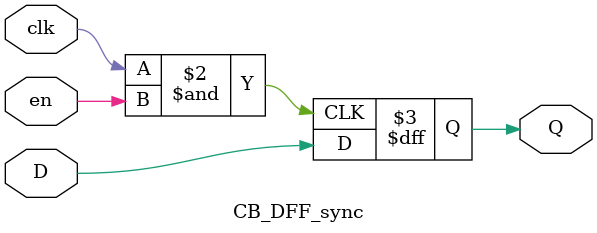
<source format=v>
`timescale 1ns / 1ps


module CB_DFF_sync(input D,clk,en,output reg Q);


always @(posedge clk & en) 
begin
 Q <= D; 
end 





endmodule

</source>
